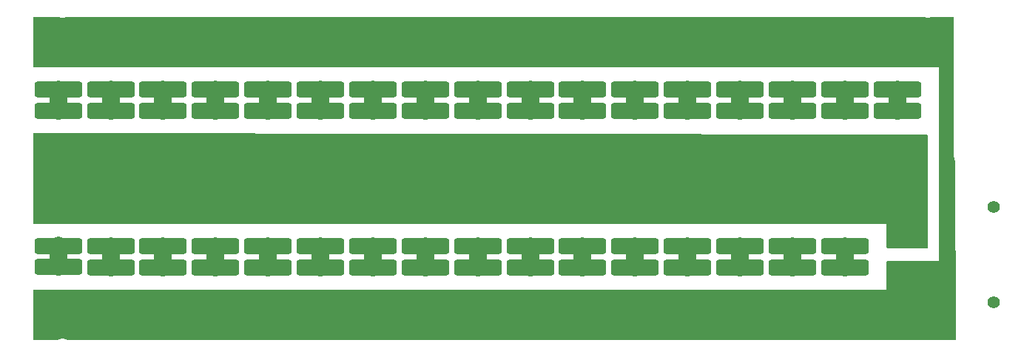
<source format=gbr>
%TF.GenerationSoftware,KiCad,Pcbnew,9.0.3*%
%TF.CreationDate,2025-08-25T21:51:57-05:00*%
%TF.ProjectId,Power-MocoBulkCapacitorPCB,506f7765-722d-44d6-9f63-6f42756c6b43,rev?*%
%TF.SameCoordinates,Original*%
%TF.FileFunction,Copper,L1,Top*%
%TF.FilePolarity,Positive*%
%FSLAX46Y46*%
G04 Gerber Fmt 4.6, Leading zero omitted, Abs format (unit mm)*
G04 Created by KiCad (PCBNEW 9.0.3) date 2025-08-25 21:51:57*
%MOMM*%
%LPD*%
G01*
G04 APERTURE LIST*
G04 Aperture macros list*
%AMRoundRect*
0 Rectangle with rounded corners*
0 $1 Rounding radius*
0 $2 $3 $4 $5 $6 $7 $8 $9 X,Y pos of 4 corners*
0 Add a 4 corners polygon primitive as box body*
4,1,4,$2,$3,$4,$5,$6,$7,$8,$9,$2,$3,0*
0 Add four circle primitives for the rounded corners*
1,1,$1+$1,$2,$3*
1,1,$1+$1,$4,$5*
1,1,$1+$1,$6,$7*
1,1,$1+$1,$8,$9*
0 Add four rect primitives between the rounded corners*
20,1,$1+$1,$2,$3,$4,$5,0*
20,1,$1+$1,$4,$5,$6,$7,0*
20,1,$1+$1,$6,$7,$8,$9,0*
20,1,$1+$1,$8,$9,$2,$3,0*%
G04 Aperture macros list end*
%TA.AperFunction,SMDPad,CuDef*%
%ADD10RoundRect,0.250000X-2.450000X0.650000X-2.450000X-0.650000X2.450000X-0.650000X2.450000X0.650000X0*%
%TD*%
%TA.AperFunction,SMDPad,CuDef*%
%ADD11RoundRect,0.250000X2.450000X-0.650000X2.450000X0.650000X-2.450000X0.650000X-2.450000X-0.650000X0*%
%TD*%
%TA.AperFunction,ComponentPad*%
%ADD12C,1.400000*%
%TD*%
%TA.AperFunction,ComponentPad*%
%ADD13R,3.500000X3.500000*%
%TD*%
%TA.AperFunction,ComponentPad*%
%ADD14C,3.500000*%
%TD*%
%TA.AperFunction,ViaPad*%
%ADD15C,0.600000*%
%TD*%
%TA.AperFunction,Conductor*%
%ADD16C,2.000000*%
%TD*%
G04 APERTURE END LIST*
D10*
%TO.P,C2,1*%
%TO.N,Net-(C1-Pad2)*%
X104500000Y-54500000D03*
%TO.P,C2,2*%
%TO.N,GND*%
X104500000Y-59600000D03*
%TD*%
%TO.P,C16,1*%
%TO.N,Net-(C15-Pad2)*%
X146500000Y-54500000D03*
%TO.P,C16,2*%
%TO.N,GND*%
X146500000Y-59600000D03*
%TD*%
%TO.P,C4,1*%
%TO.N,Net-(C3-Pad2)*%
X110500000Y-54500000D03*
%TO.P,C4,2*%
%TO.N,GND*%
X110500000Y-59600000D03*
%TD*%
D11*
%TO.P,C66,1*%
%TO.N,Net-(C65-Pad2)*%
X104500000Y-70000000D03*
%TO.P,C66,2*%
%TO.N,GND*%
X104500000Y-64900000D03*
%TD*%
%TO.P,C37,1*%
%TO.N,+VDC*%
X188500000Y-77550000D03*
%TO.P,C37,2*%
%TO.N,Net-(C37-Pad2)*%
X188500000Y-72450000D03*
%TD*%
D10*
%TO.P,C23,1*%
%TO.N,+VDC*%
X170500000Y-46950000D03*
%TO.P,C23,2*%
%TO.N,Net-(C23-Pad2)*%
X170500000Y-52050000D03*
%TD*%
D11*
%TO.P,C35,1*%
%TO.N,+VDC*%
X194500000Y-77550000D03*
%TO.P,C35,2*%
%TO.N,Net-(C35-Pad2)*%
X194500000Y-72450000D03*
%TD*%
%TO.P,C42,1*%
%TO.N,Net-(C41-Pad2)*%
X176500000Y-70000000D03*
%TO.P,C42,2*%
%TO.N,GND*%
X176500000Y-64900000D03*
%TD*%
%TO.P,C51,1*%
%TO.N,+VDC*%
X146500000Y-77550000D03*
%TO.P,C51,2*%
%TO.N,Net-(C51-Pad2)*%
X146500000Y-72450000D03*
%TD*%
%TO.P,C47,1*%
%TO.N,+VDC*%
X158500000Y-77550000D03*
%TO.P,C47,2*%
%TO.N,Net-(C47-Pad2)*%
X158500000Y-72450000D03*
%TD*%
D10*
%TO.P,C24,1*%
%TO.N,Net-(C23-Pad2)*%
X170500000Y-54500000D03*
%TO.P,C24,2*%
%TO.N,GND*%
X170500000Y-59600000D03*
%TD*%
%TO.P,C9,1*%
%TO.N,+VDC*%
X128500000Y-46950000D03*
%TO.P,C9,2*%
%TO.N,Net-(C10-Pad1)*%
X128500000Y-52050000D03*
%TD*%
%TO.P,C7,1*%
%TO.N,+VDC*%
X122500000Y-46950000D03*
%TO.P,C7,2*%
%TO.N,Net-(C7-Pad2)*%
X122500000Y-52050000D03*
%TD*%
%TO.P,C27,1*%
%TO.N,+VDC*%
X182500000Y-46950000D03*
%TO.P,C27,2*%
%TO.N,Net-(C27-Pad2)*%
X182500000Y-52050000D03*
%TD*%
D11*
%TO.P,C39,1*%
%TO.N,+VDC*%
X182500000Y-77550000D03*
%TO.P,C39,2*%
%TO.N,Net-(C39-Pad2)*%
X182500000Y-72450000D03*
%TD*%
D10*
%TO.P,C8,1*%
%TO.N,Net-(C7-Pad2)*%
X122500000Y-54500000D03*
%TO.P,C8,2*%
%TO.N,GND*%
X122500000Y-59600000D03*
%TD*%
%TO.P,C28,1*%
%TO.N,Net-(C27-Pad2)*%
X182500000Y-54500000D03*
%TO.P,C28,2*%
%TO.N,GND*%
X182500000Y-59600000D03*
%TD*%
D11*
%TO.P,C49,1*%
%TO.N,+VDC*%
X152500000Y-77550000D03*
%TO.P,C49,2*%
%TO.N,Net-(C49-Pad2)*%
X152500000Y-72450000D03*
%TD*%
%TO.P,C40,1*%
%TO.N,Net-(C39-Pad2)*%
X182500000Y-70000000D03*
%TO.P,C40,2*%
%TO.N,GND*%
X182500000Y-64900000D03*
%TD*%
%TO.P,C46,1*%
%TO.N,Net-(C45-Pad2)*%
X164500000Y-70000000D03*
%TO.P,C46,2*%
%TO.N,GND*%
X164500000Y-64900000D03*
%TD*%
D10*
%TO.P,C32,1*%
%TO.N,Net-(C31-Pad2)*%
X194500000Y-54500000D03*
%TO.P,C32,2*%
%TO.N,GND*%
X194500000Y-59600000D03*
%TD*%
%TO.P,C18,1*%
%TO.N,Net-(C17-Pad2)*%
X152500000Y-54500000D03*
%TO.P,C18,2*%
%TO.N,GND*%
X152500000Y-59600000D03*
%TD*%
D11*
%TO.P,C62,1*%
%TO.N,Net-(C61-Pad2)*%
X116500000Y-70000000D03*
%TO.P,C62,2*%
%TO.N,GND*%
X116500000Y-64900000D03*
%TD*%
%TO.P,C63,1*%
%TO.N,+VDC*%
X110500000Y-77550000D03*
%TO.P,C63,2*%
%TO.N,Net-(C63-Pad2)*%
X110500000Y-72450000D03*
%TD*%
D10*
%TO.P,C31,1*%
%TO.N,+VDC*%
X194500000Y-46950000D03*
%TO.P,C31,2*%
%TO.N,Net-(C31-Pad2)*%
X194500000Y-52050000D03*
%TD*%
D11*
%TO.P,C36,1*%
%TO.N,Net-(C35-Pad2)*%
X194500000Y-70000000D03*
%TO.P,C36,2*%
%TO.N,GND*%
X194500000Y-64900000D03*
%TD*%
D10*
%TO.P,C6,1*%
%TO.N,Net-(C5-Pad2)*%
X116500000Y-54500000D03*
%TO.P,C6,2*%
%TO.N,GND*%
X116500000Y-59600000D03*
%TD*%
%TO.P,C30,1*%
%TO.N,Net-(C29-Pad2)*%
X188500000Y-54500000D03*
%TO.P,C30,2*%
%TO.N,GND*%
X188500000Y-59600000D03*
%TD*%
%TO.P,C13,1*%
%TO.N,+VDC*%
X140500000Y-46950000D03*
%TO.P,C13,2*%
%TO.N,Net-(C13-Pad2)*%
X140500000Y-52050000D03*
%TD*%
%TO.P,C1,1*%
%TO.N,+VDC*%
X104500000Y-46950000D03*
%TO.P,C1,2*%
%TO.N,Net-(C1-Pad2)*%
X104500000Y-52050000D03*
%TD*%
%TO.P,C15,1*%
%TO.N,+VDC*%
X146500000Y-46950000D03*
%TO.P,C15,2*%
%TO.N,Net-(C15-Pad2)*%
X146500000Y-52050000D03*
%TD*%
D11*
%TO.P,C44,1*%
%TO.N,Net-(C43-Pad2)*%
X170500000Y-70000000D03*
%TO.P,C44,2*%
%TO.N,GND*%
X170500000Y-64900000D03*
%TD*%
D10*
%TO.P,C25,1*%
%TO.N,+VDC*%
X176500000Y-46950000D03*
%TO.P,C25,2*%
%TO.N,Net-(C25-Pad2)*%
X176500000Y-52050000D03*
%TD*%
D11*
%TO.P,C59,1*%
%TO.N,+VDC*%
X122500000Y-77550000D03*
%TO.P,C59,2*%
%TO.N,Net-(C59-Pad2)*%
X122500000Y-72450000D03*
%TD*%
%TO.P,C56,1*%
%TO.N,Net-(C55-Pad2)*%
X134500000Y-70000000D03*
%TO.P,C56,2*%
%TO.N,GND*%
X134500000Y-64900000D03*
%TD*%
%TO.P,C57,1*%
%TO.N,+VDC*%
X128500000Y-77550000D03*
%TO.P,C57,2*%
%TO.N,Net-(C57-Pad2)*%
X128500000Y-72450000D03*
%TD*%
D10*
%TO.P,C20,1*%
%TO.N,Net-(C19-Pad2)*%
X158500000Y-54500000D03*
%TO.P,C20,2*%
%TO.N,GND*%
X158500000Y-59600000D03*
%TD*%
D11*
%TO.P,C45,1*%
%TO.N,+VDC*%
X164500000Y-77550000D03*
%TO.P,C45,2*%
%TO.N,Net-(C45-Pad2)*%
X164500000Y-72450000D03*
%TD*%
D10*
%TO.P,C11,1*%
%TO.N,+VDC*%
X134500000Y-46950000D03*
%TO.P,C11,2*%
%TO.N,Net-(C11-Pad2)*%
X134500000Y-52050000D03*
%TD*%
%TO.P,C34,1*%
%TO.N,Net-(C33-Pad2)*%
X200500000Y-54500000D03*
%TO.P,C34,2*%
%TO.N,GND*%
X200500000Y-59600000D03*
%TD*%
D11*
%TO.P,C50,1*%
%TO.N,Net-(C49-Pad2)*%
X152500000Y-70000000D03*
%TO.P,C50,2*%
%TO.N,GND*%
X152500000Y-64900000D03*
%TD*%
%TO.P,C61,1*%
%TO.N,+VDC*%
X116500000Y-77550000D03*
%TO.P,C61,2*%
%TO.N,Net-(C61-Pad2)*%
X116500000Y-72450000D03*
%TD*%
%TO.P,C48,1*%
%TO.N,Net-(C47-Pad2)*%
X158500000Y-70000000D03*
%TO.P,C48,2*%
%TO.N,GND*%
X158500000Y-64900000D03*
%TD*%
D10*
%TO.P,C5,1*%
%TO.N,+VDC*%
X116500000Y-46950000D03*
%TO.P,C5,2*%
%TO.N,Net-(C5-Pad2)*%
X116500000Y-52050000D03*
%TD*%
D11*
%TO.P,C53,1*%
%TO.N,+VDC*%
X140500000Y-77550000D03*
%TO.P,C53,2*%
%TO.N,Net-(C53-Pad2)*%
X140500000Y-72450000D03*
%TD*%
D10*
%TO.P,C10,1*%
%TO.N,Net-(C10-Pad1)*%
X128500000Y-54500000D03*
%TO.P,C10,2*%
%TO.N,GND*%
X128500000Y-59600000D03*
%TD*%
D11*
%TO.P,C58,1*%
%TO.N,Net-(C57-Pad2)*%
X128500000Y-70000000D03*
%TO.P,C58,2*%
%TO.N,GND*%
X128500000Y-64900000D03*
%TD*%
D10*
%TO.P,C26,1*%
%TO.N,Net-(C25-Pad2)*%
X176500000Y-54500000D03*
%TO.P,C26,2*%
%TO.N,GND*%
X176500000Y-59600000D03*
%TD*%
%TO.P,C19,1*%
%TO.N,+VDC*%
X158500000Y-46950000D03*
%TO.P,C19,2*%
%TO.N,Net-(C19-Pad2)*%
X158500000Y-52050000D03*
%TD*%
%TO.P,C21,1*%
%TO.N,+VDC*%
X164500000Y-46950000D03*
%TO.P,C21,2*%
%TO.N,Net-(C21-Pad2)*%
X164500000Y-52050000D03*
%TD*%
%TO.P,C29,1*%
%TO.N,+VDC*%
X188500000Y-46950000D03*
%TO.P,C29,2*%
%TO.N,Net-(C29-Pad2)*%
X188500000Y-52050000D03*
%TD*%
D11*
%TO.P,C54,1*%
%TO.N,Net-(C53-Pad2)*%
X140500000Y-70000000D03*
%TO.P,C54,2*%
%TO.N,GND*%
X140500000Y-64900000D03*
%TD*%
%TO.P,C43,1*%
%TO.N,+VDC*%
X170500000Y-77550000D03*
%TO.P,C43,2*%
%TO.N,Net-(C43-Pad2)*%
X170500000Y-72450000D03*
%TD*%
%TO.P,C55,1*%
%TO.N,+VDC*%
X134500000Y-77550000D03*
%TO.P,C55,2*%
%TO.N,Net-(C55-Pad2)*%
X134500000Y-72450000D03*
%TD*%
%TO.P,C52,1*%
%TO.N,Net-(C51-Pad2)*%
X146500000Y-70000000D03*
%TO.P,C52,2*%
%TO.N,GND*%
X146500000Y-64900000D03*
%TD*%
D10*
%TO.P,C12,1*%
%TO.N,Net-(C11-Pad2)*%
X134500000Y-54500000D03*
%TO.P,C12,2*%
%TO.N,GND*%
X134500000Y-59600000D03*
%TD*%
%TO.P,C3,1*%
%TO.N,+VDC*%
X110500000Y-46950000D03*
%TO.P,C3,2*%
%TO.N,Net-(C3-Pad2)*%
X110500000Y-52050000D03*
%TD*%
D11*
%TO.P,C38,1*%
%TO.N,Net-(C37-Pad2)*%
X188500000Y-70000000D03*
%TO.P,C38,2*%
%TO.N,GND*%
X188500000Y-64900000D03*
%TD*%
%TO.P,C41,1*%
%TO.N,+VDC*%
X176500000Y-77550000D03*
%TO.P,C41,2*%
%TO.N,Net-(C41-Pad2)*%
X176500000Y-72450000D03*
%TD*%
D10*
%TO.P,C22,1*%
%TO.N,Net-(C21-Pad2)*%
X164500000Y-54500000D03*
%TO.P,C22,2*%
%TO.N,GND*%
X164500000Y-59600000D03*
%TD*%
%TO.P,C14,1*%
%TO.N,Net-(C13-Pad2)*%
X140500000Y-54500000D03*
%TO.P,C14,2*%
%TO.N,GND*%
X140500000Y-59600000D03*
%TD*%
D11*
%TO.P,C65,1*%
%TO.N,+VDC*%
X104500000Y-77500000D03*
%TO.P,C65,2*%
%TO.N,Net-(C65-Pad2)*%
X104500000Y-72400000D03*
%TD*%
%TO.P,C60,1*%
%TO.N,Net-(C59-Pad2)*%
X122500000Y-70000000D03*
%TO.P,C60,2*%
%TO.N,GND*%
X122500000Y-64900000D03*
%TD*%
D10*
%TO.P,C17,1*%
%TO.N,+VDC*%
X152500000Y-46950000D03*
%TO.P,C17,2*%
%TO.N,Net-(C17-Pad2)*%
X152500000Y-52050000D03*
%TD*%
%TO.P,C33,1*%
%TO.N,+VDC*%
X200500000Y-46950000D03*
%TO.P,C33,2*%
%TO.N,Net-(C33-Pad2)*%
X200500000Y-52050000D03*
%TD*%
D11*
%TO.P,C64,1*%
%TO.N,Net-(C63-Pad2)*%
X110500000Y-70000000D03*
%TO.P,C64,2*%
%TO.N,GND*%
X110500000Y-64900000D03*
%TD*%
D12*
%TO.P,J1,*%
%TO.N,*%
X211500000Y-76500000D03*
X211500000Y-65500000D03*
D13*
%TO.P,J1,1,Pin_1*%
%TO.N,GND*%
X201500000Y-68500000D03*
D14*
%TO.P,J1,2,Pin_2*%
%TO.N,+VDC*%
X201500000Y-73500000D03*
%TD*%
D15*
%TO.N,GND*%
X123750000Y-62250000D03*
X120750000Y-62250000D03*
X136000000Y-62250000D03*
X133000000Y-62250000D03*
X163250000Y-62250000D03*
X160250000Y-62250000D03*
X172000000Y-62250000D03*
X169000000Y-62250000D03*
X184000000Y-62250000D03*
X181000000Y-62250000D03*
X153750000Y-62250000D03*
X150750000Y-62250000D03*
X106000000Y-62250000D03*
X103000000Y-62250000D03*
%TO.N,+VDC*%
X196000000Y-75750000D03*
X193000000Y-75750000D03*
X154000000Y-75750000D03*
X151000000Y-75750000D03*
X106000000Y-75750000D03*
X103000000Y-75750000D03*
X202000000Y-48750000D03*
X199000000Y-48750000D03*
X154000000Y-48750000D03*
X151000000Y-48750000D03*
X106000000Y-48750000D03*
X103000000Y-48750000D03*
%TD*%
D16*
%TO.N,Net-(C1-Pad2)*%
X104500000Y-52050000D02*
X104500000Y-54500000D01*
%TO.N,Net-(C3-Pad2)*%
X110500000Y-52050000D02*
X110500000Y-54500000D01*
%TO.N,Net-(C5-Pad2)*%
X116500000Y-52050000D02*
X116500000Y-54500000D01*
%TO.N,Net-(C7-Pad2)*%
X122500000Y-52050000D02*
X122500000Y-54500000D01*
%TO.N,Net-(C10-Pad1)*%
X128500000Y-52050000D02*
X128500000Y-54500000D01*
%TO.N,Net-(C11-Pad2)*%
X134500000Y-52050000D02*
X134500000Y-54500000D01*
%TO.N,Net-(C13-Pad2)*%
X140500000Y-52050000D02*
X140500000Y-54500000D01*
%TO.N,Net-(C15-Pad2)*%
X146500000Y-52050000D02*
X146500000Y-54500000D01*
%TO.N,Net-(C17-Pad2)*%
X152500000Y-52050000D02*
X152500000Y-54500000D01*
%TO.N,Net-(C19-Pad2)*%
X158500000Y-52050000D02*
X158500000Y-54500000D01*
%TO.N,Net-(C21-Pad2)*%
X164500000Y-52050000D02*
X164500000Y-54500000D01*
%TO.N,Net-(C23-Pad2)*%
X170500000Y-52050000D02*
X170500000Y-54500000D01*
%TO.N,Net-(C25-Pad2)*%
X176500000Y-52050000D02*
X176500000Y-54500000D01*
%TO.N,Net-(C27-Pad2)*%
X182500000Y-52050000D02*
X182500000Y-54500000D01*
%TO.N,Net-(C29-Pad2)*%
X188500000Y-52050000D02*
X188500000Y-54500000D01*
%TO.N,Net-(C31-Pad2)*%
X194500000Y-52050000D02*
X194500000Y-54500000D01*
%TO.N,Net-(C33-Pad2)*%
X200500000Y-52050000D02*
X200500000Y-54500000D01*
%TO.N,Net-(C35-Pad2)*%
X194500000Y-72450000D02*
X194500000Y-70000000D01*
%TO.N,Net-(C37-Pad2)*%
X188500000Y-72450000D02*
X188500000Y-70000000D01*
%TO.N,Net-(C39-Pad2)*%
X182500000Y-72450000D02*
X182500000Y-70000000D01*
%TO.N,Net-(C41-Pad2)*%
X176500000Y-72450000D02*
X176500000Y-70000000D01*
%TO.N,Net-(C43-Pad2)*%
X170500000Y-72450000D02*
X170500000Y-70000000D01*
%TO.N,Net-(C45-Pad2)*%
X164500000Y-72450000D02*
X164500000Y-70000000D01*
%TO.N,Net-(C47-Pad2)*%
X158500000Y-72450000D02*
X158500000Y-70000000D01*
%TO.N,Net-(C49-Pad2)*%
X152500000Y-72450000D02*
X152500000Y-70000000D01*
%TO.N,Net-(C51-Pad2)*%
X146500000Y-72450000D02*
X146500000Y-70000000D01*
%TO.N,Net-(C53-Pad2)*%
X140500000Y-72450000D02*
X140500000Y-70000000D01*
%TO.N,Net-(C55-Pad2)*%
X134500000Y-72450000D02*
X134500000Y-70000000D01*
%TO.N,Net-(C57-Pad2)*%
X128500000Y-72450000D02*
X128500000Y-70000000D01*
%TO.N,Net-(C59-Pad2)*%
X122500000Y-72450000D02*
X122500000Y-70000000D01*
%TO.N,Net-(C61-Pad2)*%
X116500000Y-72450000D02*
X116500000Y-70000000D01*
%TO.N,Net-(C63-Pad2)*%
X110500000Y-72450000D02*
X110500000Y-70000000D01*
%TO.N,Net-(C65-Pad2)*%
X104500000Y-72400000D02*
X104500000Y-69950000D01*
%TD*%
%TA.AperFunction,Conductor*%
%TO.N,+VDC*%
G36*
X104399806Y-43755648D02*
G01*
X104399979Y-43755003D01*
X104403897Y-43756052D01*
X104403900Y-43756054D01*
X104638211Y-43818838D01*
X104818586Y-43842584D01*
X104878711Y-43850500D01*
X104878712Y-43850500D01*
X105121289Y-43850500D01*
X105169388Y-43844167D01*
X105361789Y-43818838D01*
X105596100Y-43756054D01*
X105596102Y-43756052D01*
X105600021Y-43755003D01*
X105600193Y-43755648D01*
X105634407Y-43750000D01*
X203250000Y-43750000D01*
X203250000Y-49500000D01*
X101745820Y-49500000D01*
X101678781Y-49480315D01*
X101633026Y-49427511D01*
X101621820Y-49376000D01*
X101621820Y-43874000D01*
X101641505Y-43806961D01*
X101694309Y-43761206D01*
X101745820Y-43750000D01*
X104365593Y-43750000D01*
X104399806Y-43755648D01*
G37*
%TD.AperFunction*%
%TD*%
%TA.AperFunction,Conductor*%
%TO.N,+VDC*%
G36*
X197000000Y-80750000D02*
G01*
X105634407Y-80750000D01*
X105600193Y-80744351D01*
X105600021Y-80744997D01*
X105596102Y-80743947D01*
X105596100Y-80743946D01*
X105361789Y-80681162D01*
X105361788Y-80681161D01*
X105361785Y-80681161D01*
X105121289Y-80649500D01*
X105121288Y-80649500D01*
X104878712Y-80649500D01*
X104878711Y-80649500D01*
X104638214Y-80681161D01*
X104554477Y-80703598D01*
X104403900Y-80743946D01*
X104403897Y-80743946D01*
X104399979Y-80744997D01*
X104399806Y-80744351D01*
X104365593Y-80750000D01*
X101745820Y-80750000D01*
X101678781Y-80730315D01*
X101633026Y-80677511D01*
X101621820Y-80626000D01*
X101621820Y-75124000D01*
X101641505Y-75056961D01*
X101694309Y-75011206D01*
X101745820Y-75000000D01*
X197000000Y-75000000D01*
X197000000Y-80750000D01*
G37*
%TD.AperFunction*%
%TD*%
%TA.AperFunction,Conductor*%
%TO.N,GND*%
G36*
X203876243Y-57249758D02*
G01*
X203943243Y-57269574D01*
X203988895Y-57322467D01*
X204000000Y-57373758D01*
X204000000Y-70126000D01*
X203980315Y-70193039D01*
X203927511Y-70238794D01*
X203876000Y-70250000D01*
X199374000Y-70250000D01*
X199306961Y-70230315D01*
X199261206Y-70177511D01*
X199250000Y-70126000D01*
X199250000Y-67500000D01*
X101745820Y-67500000D01*
X101678781Y-67480315D01*
X101633026Y-67427511D01*
X101621820Y-67376000D01*
X101621820Y-57174479D01*
X101641505Y-57107440D01*
X101694309Y-57061685D01*
X101746056Y-57050480D01*
X203876243Y-57249758D01*
G37*
%TD.AperFunction*%
%TD*%
%TA.AperFunction,Conductor*%
%TO.N,+VDC*%
G36*
X203000000Y-80750000D02*
G01*
X197000000Y-80750000D01*
X197000000Y-75000000D01*
X199250000Y-75000000D01*
X199250000Y-71874000D01*
X199269685Y-71806961D01*
X199322489Y-71761206D01*
X199374000Y-71750000D01*
X203000000Y-71750000D01*
X203000000Y-80750000D01*
G37*
%TD.AperFunction*%
%TD*%
%TA.AperFunction,Conductor*%
%TO.N,+VDC*%
G36*
X203399806Y-43755648D02*
G01*
X203399979Y-43755003D01*
X203403897Y-43756052D01*
X203403900Y-43756054D01*
X203638211Y-43818838D01*
X203818586Y-43842584D01*
X203878711Y-43850500D01*
X203878712Y-43850500D01*
X204121289Y-43850500D01*
X204169388Y-43844167D01*
X204361789Y-43818838D01*
X204596100Y-43756054D01*
X204596102Y-43756052D01*
X204600021Y-43755003D01*
X204600193Y-43755648D01*
X204634407Y-43750000D01*
X206875500Y-43750000D01*
X206942539Y-43769685D01*
X206988294Y-43822489D01*
X206999500Y-43874000D01*
X206999500Y-59671965D01*
X207033210Y-60014249D01*
X207100310Y-60351578D01*
X207107228Y-60374385D01*
X207112564Y-60409540D01*
X207249156Y-80625162D01*
X207229925Y-80692333D01*
X207177431Y-80738444D01*
X207125159Y-80750000D01*
X203000000Y-80750000D01*
X203000000Y-71750000D01*
X205250000Y-71750000D01*
X205250000Y-49500000D01*
X203250000Y-49500000D01*
X203250000Y-43750000D01*
X203365593Y-43750000D01*
X203399806Y-43755648D01*
G37*
%TD.AperFunction*%
%TD*%
M02*

</source>
